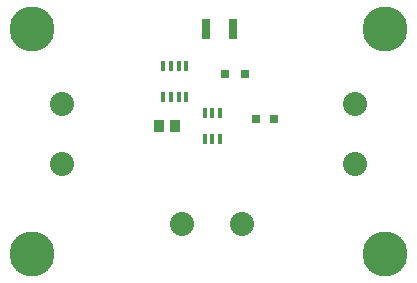
<source format=gbr>
%TF.GenerationSoftware,KiCad,Pcbnew,(6.0.10)*%
%TF.CreationDate,2023-01-28T16:26:23+05:30*%
%TF.ProjectId,protectionCkt,70726f74-6563-4746-996f-6e436b742e6b,rev?*%
%TF.SameCoordinates,Original*%
%TF.FileFunction,Soldermask,Top*%
%TF.FilePolarity,Negative*%
%FSLAX46Y46*%
G04 Gerber Fmt 4.6, Leading zero omitted, Abs format (unit mm)*
G04 Created by KiCad (PCBNEW (6.0.10)) date 2023-01-28 16:26:23*
%MOMM*%
%LPD*%
G01*
G04 APERTURE LIST*
%ADD10C,3.800000*%
%ADD11R,0.355600X0.876300*%
%ADD12C,2.032000*%
%ADD13R,0.838200X1.016000*%
%ADD14R,0.655600X0.800000*%
%ADD15R,0.698500X1.701800*%
%ADD16R,0.755599X0.799998*%
%ADD17R,0.406400X0.876300*%
G04 APERTURE END LIST*
D10*
%TO.C,REF\u002A\u002A*%
X112395000Y-84455000D03*
%TD*%
%TO.C,REF\u002A\u002A*%
X142240000Y-103505000D03*
%TD*%
D11*
%TO.C,U3*%
X126985001Y-93821250D03*
X127635000Y-93821250D03*
X128284999Y-93821250D03*
X128284999Y-91598750D03*
X127635000Y-91598750D03*
X126985001Y-91598750D03*
%TD*%
D12*
%TO.C,U5*%
X139700000Y-95885000D03*
X139700000Y-90805000D03*
%TD*%
D13*
%TO.C,R1*%
X123151900Y-92710000D03*
X124498100Y-92710000D03*
%TD*%
D14*
%TO.C,C1*%
X130367800Y-88265000D03*
X128712200Y-88265000D03*
%TD*%
D12*
%TO.C,U1*%
X114935000Y-95885000D03*
X114935000Y-90805000D03*
%TD*%
D15*
%TO.C,LED1*%
X127120650Y-84455000D03*
X129419350Y-84455000D03*
%TD*%
D10*
%TO.C,REF\u002A\u002A*%
X112395000Y-103505000D03*
%TD*%
D16*
%TO.C,R2*%
X131302201Y-92075000D03*
X132857799Y-92075000D03*
%TD*%
D12*
%TO.C,U2*%
X125095000Y-100965000D03*
X130175000Y-100965000D03*
%TD*%
D17*
%TO.C,U4*%
X125434999Y-87585550D03*
X124785001Y-87585550D03*
X124134999Y-87585550D03*
X123485001Y-87585550D03*
X123485001Y-90214450D03*
X124134999Y-90214450D03*
X124785001Y-90214450D03*
X125434999Y-90214450D03*
%TD*%
D10*
%TO.C,REF\u002A\u002A*%
X142240000Y-84455000D03*
%TD*%
M02*

</source>
